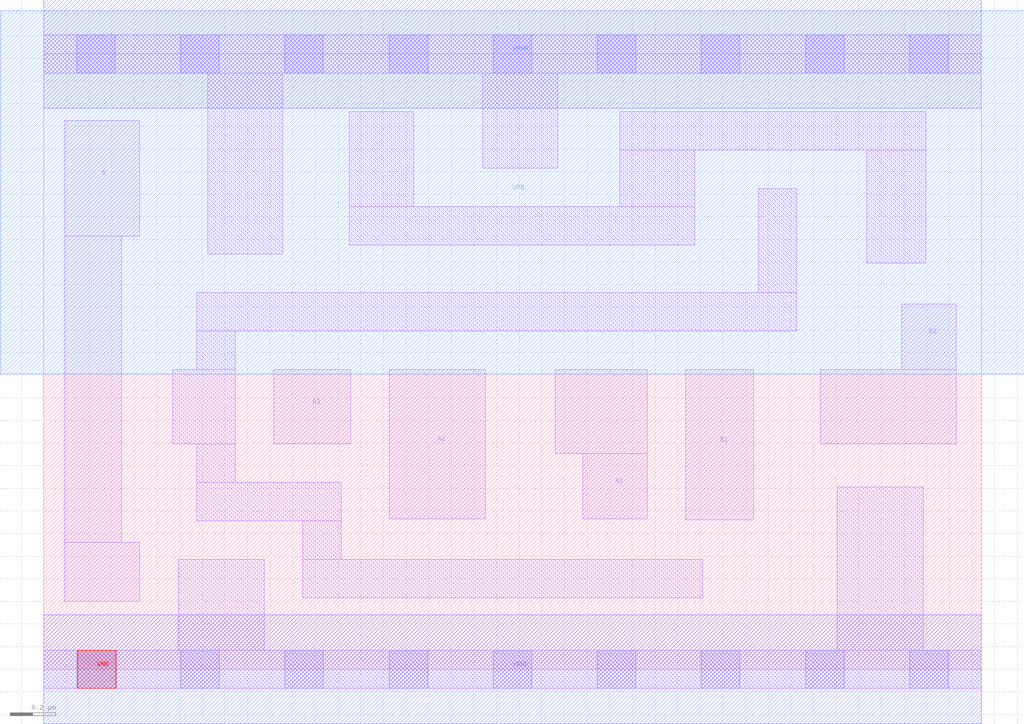
<source format=lef>
# Copyright 2020 The SkyWater PDK Authors
#
# Licensed under the Apache License, Version 2.0 (the "License");
# you may not use this file except in compliance with the License.
# You may obtain a copy of the License at
#
#     https://www.apache.org/licenses/LICENSE-2.0
#
# Unless required by applicable law or agreed to in writing, software
# distributed under the License is distributed on an "AS IS" BASIS,
# WITHOUT WARRANTIES OR CONDITIONS OF ANY KIND, either express or implied.
# See the License for the specific language governing permissions and
# limitations under the License.
#
# SPDX-License-Identifier: Apache-2.0

VERSION 5.7 ;
  NOWIREEXTENSIONATPIN ON ;
  DIVIDERCHAR "/" ;
  BUSBITCHARS "[]" ;
PROPERTYDEFINITIONS
  MACRO maskLayoutSubType STRING ;
  MACRO prCellType STRING ;
  MACRO originalViewName STRING ;
END PROPERTYDEFINITIONS
MACRO sky130_fd_sc_hdll__a32o_1
  CLASS CORE ;
  FOREIGN sky130_fd_sc_hdll__a32o_1 ;
  ORIGIN  0.000000  0.000000 ;
  SIZE  4.140000 BY  2.720000 ;
  SYMMETRY X Y R90 ;
  SITE unithd ;
  PIN A1
    ANTENNAGATEAREA  0.277500 ;
    DIRECTION INPUT ;
    USE SIGNAL ;
    PORT
      LAYER li1 ;
        RECT 2.260000 0.955000 2.665000 1.325000 ;
        RECT 2.380000 0.665000 2.665000 0.955000 ;
    END
  END A1
  PIN A2
    ANTENNAGATEAREA  0.277500 ;
    DIRECTION INPUT ;
    USE SIGNAL ;
    PORT
      LAYER li1 ;
        RECT 1.525000 0.665000 1.950000 1.325000 ;
    END
  END A2
  PIN A3
    ANTENNAGATEAREA  0.277500 ;
    DIRECTION INPUT ;
    USE SIGNAL ;
    PORT
      LAYER li1 ;
        RECT 1.015000 0.995000 1.355000 1.325000 ;
    END
  END A3
  PIN B1
    ANTENNAGATEAREA  0.277500 ;
    DIRECTION INPUT ;
    USE SIGNAL ;
    PORT
      LAYER li1 ;
        RECT 2.835000 0.660000 3.135000 1.325000 ;
    END
  END B1
  PIN B2
    ANTENNAGATEAREA  0.277500 ;
    DIRECTION INPUT ;
    USE SIGNAL ;
    PORT
      LAYER li1 ;
        RECT 3.430000 0.995000 4.030000 1.325000 ;
        RECT 3.790000 1.325000 4.030000 1.615000 ;
    END
  END B2
  PIN X
    ANTENNADIFFAREA  0.554500 ;
    DIRECTION OUTPUT ;
    USE SIGNAL ;
    PORT
      LAYER li1 ;
        RECT 0.090000 0.300000 0.425000 0.560000 ;
        RECT 0.090000 0.560000 0.345000 1.915000 ;
        RECT 0.090000 1.915000 0.425000 2.425000 ;
    END
  END X
  PIN VGND
    DIRECTION INOUT ;
    USE GROUND ;
    PORT
      LAYER met1 ;
        RECT 0.000000 -0.240000 4.140000 0.240000 ;
    END
  END VGND
  PIN VNB
    DIRECTION INOUT ;
    USE GROUND ;
    PORT
      LAYER pwell ;
        RECT 0.150000 -0.085000 0.320000 0.085000 ;
    END
  END VNB
  PIN VPB
    DIRECTION INOUT ;
    USE POWER ;
    PORT
      LAYER nwell ;
        RECT -0.190000 1.305000 4.330000 2.910000 ;
    END
  END VPB
  PIN VPWR
    DIRECTION INOUT ;
    USE POWER ;
    PORT
      LAYER met1 ;
        RECT 0.000000 2.480000 4.140000 2.960000 ;
    END
  END VPWR
  OBS
    LAYER li1 ;
      RECT 0.000000 -0.085000 4.140000 0.085000 ;
      RECT 0.000000  2.635000 4.140000 2.805000 ;
      RECT 0.570000  0.995000 0.845000 1.325000 ;
      RECT 0.595000  0.085000 0.975000 0.485000 ;
      RECT 0.675000  0.655000 1.315000 0.825000 ;
      RECT 0.675000  0.825000 0.845000 0.995000 ;
      RECT 0.675000  1.325000 0.845000 1.495000 ;
      RECT 0.675000  1.495000 3.325000 1.665000 ;
      RECT 0.725000  1.835000 1.055000 2.635000 ;
      RECT 1.145000  0.315000 2.910000 0.485000 ;
      RECT 1.145000  0.485000 1.315000 0.655000 ;
      RECT 1.350000  1.875000 2.875000 2.045000 ;
      RECT 1.350000  2.045000 1.635000 2.465000 ;
      RECT 1.940000  2.215000 2.270000 2.635000 ;
      RECT 2.545000  2.045000 2.875000 2.295000 ;
      RECT 2.545000  2.295000 3.895000 2.465000 ;
      RECT 3.155000  1.665000 3.325000 2.125000 ;
      RECT 3.505000  0.085000 3.885000 0.805000 ;
      RECT 3.635000  1.795000 3.895000 2.295000 ;
    LAYER mcon ;
      RECT 0.145000 -0.085000 0.315000 0.085000 ;
      RECT 0.145000  2.635000 0.315000 2.805000 ;
      RECT 0.605000 -0.085000 0.775000 0.085000 ;
      RECT 0.605000  2.635000 0.775000 2.805000 ;
      RECT 1.065000 -0.085000 1.235000 0.085000 ;
      RECT 1.065000  2.635000 1.235000 2.805000 ;
      RECT 1.525000 -0.085000 1.695000 0.085000 ;
      RECT 1.525000  2.635000 1.695000 2.805000 ;
      RECT 1.985000 -0.085000 2.155000 0.085000 ;
      RECT 1.985000  2.635000 2.155000 2.805000 ;
      RECT 2.445000 -0.085000 2.615000 0.085000 ;
      RECT 2.445000  2.635000 2.615000 2.805000 ;
      RECT 2.905000 -0.085000 3.075000 0.085000 ;
      RECT 2.905000  2.635000 3.075000 2.805000 ;
      RECT 3.365000 -0.085000 3.535000 0.085000 ;
      RECT 3.365000  2.635000 3.535000 2.805000 ;
      RECT 3.825000 -0.085000 3.995000 0.085000 ;
      RECT 3.825000  2.635000 3.995000 2.805000 ;
  END
  PROPERTY maskLayoutSubType "abstract" ;
  PROPERTY prCellType "standard" ;
  PROPERTY originalViewName "layout" ;
END sky130_fd_sc_hdll__a32o_1
END LIBRARY

</source>
